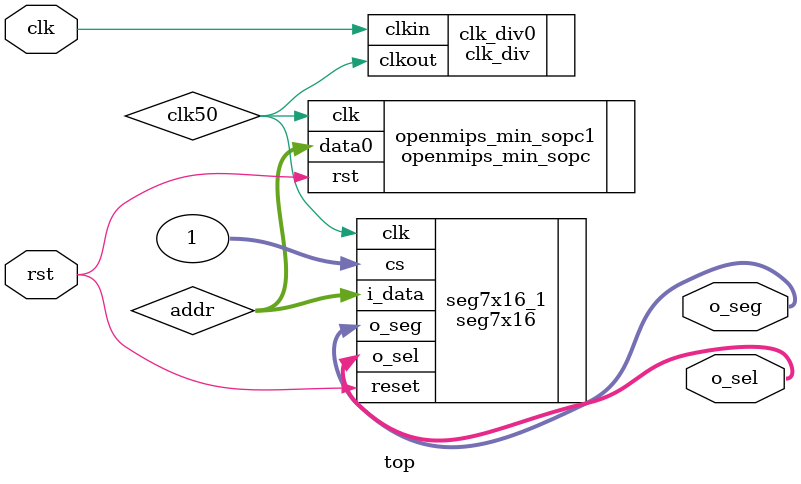
<source format=v>
`timescale 1ns / 1ps

module top(
    input clk,
    input rst,
    output[7:0] o_seg,
    output[7:0] o_sel
);

wire clk50;
wire seg7_cs;
wire[31:0] addr;
clk_div clk_div0(
    .clkin(clk),
    .clkout(clk50));

io_sel io_sel1(
    .addr(32'h10010000),
    .cs(1),
    .seg7_cs(seg7_cs)
    );

openmips_min_sopc openmips_min_sopc1(
    .clk(clk50),
    .rst(rst),
    .data0(addr)
    );
    
seg7x16 seg7x16_1(
    .clk(clk50),
    .reset(rst),
    .cs(1),
    .i_data(addr),
    .o_seg(o_seg),
    .o_sel(o_sel));

endmodule

</source>
